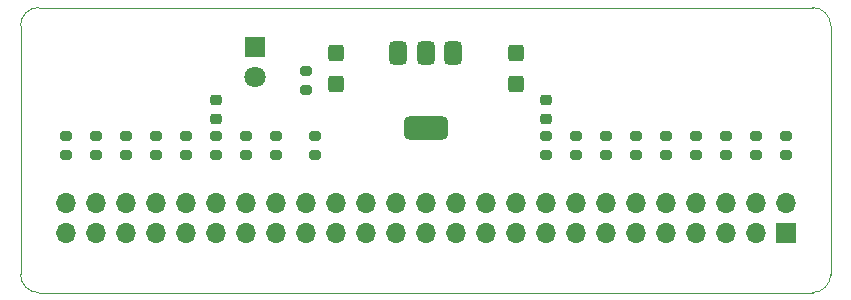
<source format=gbr>
%TF.GenerationSoftware,KiCad,Pcbnew,9.0.3-9.0.3-0~ubuntu22.04.1*%
%TF.CreationDate,2025-08-10T09:26:02-07:00*%
%TF.ProjectId,SCSI_terminator,53435349-5f74-4657-926d-696e61746f72,rev?*%
%TF.SameCoordinates,Original*%
%TF.FileFunction,Soldermask,Top*%
%TF.FilePolarity,Negative*%
%FSLAX46Y46*%
G04 Gerber Fmt 4.6, Leading zero omitted, Abs format (unit mm)*
G04 Created by KiCad (PCBNEW 9.0.3-9.0.3-0~ubuntu22.04.1) date 2025-08-10 09:26:02*
%MOMM*%
%LPD*%
G01*
G04 APERTURE LIST*
G04 Aperture macros list*
%AMRoundRect*
0 Rectangle with rounded corners*
0 $1 Rounding radius*
0 $2 $3 $4 $5 $6 $7 $8 $9 X,Y pos of 4 corners*
0 Add a 4 corners polygon primitive as box body*
4,1,4,$2,$3,$4,$5,$6,$7,$8,$9,$2,$3,0*
0 Add four circle primitives for the rounded corners*
1,1,$1+$1,$2,$3*
1,1,$1+$1,$4,$5*
1,1,$1+$1,$6,$7*
1,1,$1+$1,$8,$9*
0 Add four rect primitives between the rounded corners*
20,1,$1+$1,$2,$3,$4,$5,0*
20,1,$1+$1,$4,$5,$6,$7,0*
20,1,$1+$1,$6,$7,$8,$9,0*
20,1,$1+$1,$8,$9,$2,$3,0*%
G04 Aperture macros list end*
%ADD10R,1.700000X1.700000*%
%ADD11O,1.700000X1.700000*%
%ADD12R,1.800000X1.800000*%
%ADD13C,1.800000*%
%ADD14RoundRect,0.200000X0.275000X-0.200000X0.275000X0.200000X-0.275000X0.200000X-0.275000X-0.200000X0*%
%ADD15RoundRect,0.375000X-0.375000X0.625000X-0.375000X-0.625000X0.375000X-0.625000X0.375000X0.625000X0*%
%ADD16RoundRect,0.500000X-1.400000X0.500000X-1.400000X-0.500000X1.400000X-0.500000X1.400000X0.500000X0*%
%ADD17RoundRect,0.250000X0.425000X-0.450000X0.425000X0.450000X-0.425000X0.450000X-0.425000X-0.450000X0*%
%ADD18RoundRect,0.200000X-0.275000X0.200000X-0.275000X-0.200000X0.275000X-0.200000X0.275000X0.200000X0*%
%ADD19RoundRect,0.225000X0.250000X-0.225000X0.250000X0.225000X-0.250000X0.225000X-0.250000X-0.225000X0*%
%TA.AperFunction,Profile*%
%ADD20C,0.050000*%
%TD*%
G04 APERTURE END LIST*
D10*
%TO.C,J1*%
X179324000Y-107442000D03*
D11*
X179324000Y-104902000D03*
X176784000Y-107442000D03*
X176784000Y-104902000D03*
X174244000Y-107442000D03*
X174244000Y-104902000D03*
X171704000Y-107442000D03*
X171704000Y-104902000D03*
X169164000Y-107442000D03*
X169164000Y-104902000D03*
X166624000Y-107442000D03*
X166624000Y-104902000D03*
X164084000Y-107442000D03*
X164084000Y-104902000D03*
X161544000Y-107442000D03*
X161544000Y-104902000D03*
X159004000Y-107442000D03*
X159004000Y-104902000D03*
X156464000Y-107442000D03*
X156464000Y-104902000D03*
X153924000Y-107442000D03*
X153924000Y-104902000D03*
X151384000Y-107442000D03*
X151384000Y-104902000D03*
X148844000Y-107442000D03*
X148844000Y-104902000D03*
X146304000Y-107442000D03*
X146304000Y-104902000D03*
X143764000Y-107442000D03*
X143764000Y-104902000D03*
X141224000Y-107442000D03*
X141224000Y-104902000D03*
X138684000Y-107442000D03*
X138684000Y-104902000D03*
X136144000Y-107442000D03*
X136144000Y-104902000D03*
X133604000Y-107442000D03*
X133604000Y-104902000D03*
X131064000Y-107442000D03*
X131064000Y-104902000D03*
X128524000Y-107442000D03*
X128524000Y-104902000D03*
X125984000Y-107442000D03*
X125984000Y-104902000D03*
X123444000Y-107442000D03*
X123444000Y-104902000D03*
X120904000Y-107442000D03*
X120904000Y-104902000D03*
X118364000Y-107442000D03*
X118364000Y-104902000D03*
%TD*%
D12*
%TO.C,D1*%
X134366000Y-91694000D03*
D13*
X134366000Y-94234000D03*
%TD*%
D14*
%TO.C,R6*%
X166624000Y-100901000D03*
X166624000Y-99251000D03*
%TD*%
%TO.C,R17*%
X123444000Y-100901000D03*
X123444000Y-99251000D03*
%TD*%
%TO.C,R7*%
X164084000Y-100901000D03*
X164084000Y-99251000D03*
%TD*%
%TO.C,R1*%
X179324000Y-100901000D03*
X179324000Y-99251000D03*
%TD*%
%TO.C,R8*%
X161544000Y-100901000D03*
X161544000Y-99251000D03*
%TD*%
D15*
%TO.C,U1*%
X151144000Y-92252000D03*
X148844000Y-92252000D03*
D16*
X148844000Y-98552000D03*
D15*
X146544000Y-92252000D03*
%TD*%
D14*
%TO.C,R16*%
X125984000Y-100901000D03*
X125984000Y-99251000D03*
%TD*%
%TO.C,R14*%
X131064000Y-100901000D03*
X131064000Y-99251000D03*
%TD*%
%TO.C,R18*%
X120904000Y-100901000D03*
X120904000Y-99251000D03*
%TD*%
D17*
%TO.C,C2*%
X156464000Y-94902000D03*
X156464000Y-92202000D03*
%TD*%
D18*
%TO.C,R10*%
X138684000Y-93726000D03*
X138684000Y-95376000D03*
%TD*%
D14*
%TO.C,R12*%
X136144000Y-100901000D03*
X136144000Y-99251000D03*
%TD*%
D19*
%TO.C,C4*%
X159004000Y-97790000D03*
X159004000Y-96240000D03*
%TD*%
D14*
%TO.C,R3*%
X174244000Y-100901000D03*
X174244000Y-99251000D03*
%TD*%
%TO.C,R19*%
X118364000Y-100901000D03*
X118364000Y-99251000D03*
%TD*%
%TO.C,R9*%
X159004000Y-100901000D03*
X159004000Y-99251000D03*
%TD*%
%TO.C,R15*%
X128524000Y-100901000D03*
X128524000Y-99251000D03*
%TD*%
%TO.C,R13*%
X133604000Y-100901000D03*
X133604000Y-99251000D03*
%TD*%
%TO.C,R4*%
X171704000Y-100901000D03*
X171704000Y-99251000D03*
%TD*%
%TO.C,R5*%
X169164000Y-100901000D03*
X169164000Y-99251000D03*
%TD*%
D17*
%TO.C,C1*%
X141224000Y-94902000D03*
X141224000Y-92202000D03*
%TD*%
D14*
%TO.C,R2*%
X176784000Y-100901000D03*
X176784000Y-99251000D03*
%TD*%
%TO.C,R11*%
X139446000Y-100901000D03*
X139446000Y-99251000D03*
%TD*%
D19*
%TO.C,C3*%
X131064000Y-97790000D03*
X131064000Y-96240000D03*
%TD*%
D20*
X114549296Y-89918700D02*
X114551226Y-110986711D01*
X181599771Y-112525756D02*
X116138760Y-112522000D01*
X183134000Y-89916000D02*
X183133789Y-111001756D01*
X116073296Y-88394667D02*
X181610000Y-88392000D01*
X114549296Y-89918667D02*
G75*
G02*
X116073296Y-88394667I1523999J1D01*
G01*
X116075226Y-112523326D02*
G75*
G02*
X114551226Y-110999326I-1J1523999D01*
G01*
X183133789Y-111001756D02*
G75*
G02*
X181609789Y-112525756I-1523999J-1D01*
G01*
X181610000Y-88392000D02*
G75*
G02*
X183134000Y-89916000I0J-1524000D01*
G01*
M02*

</source>
